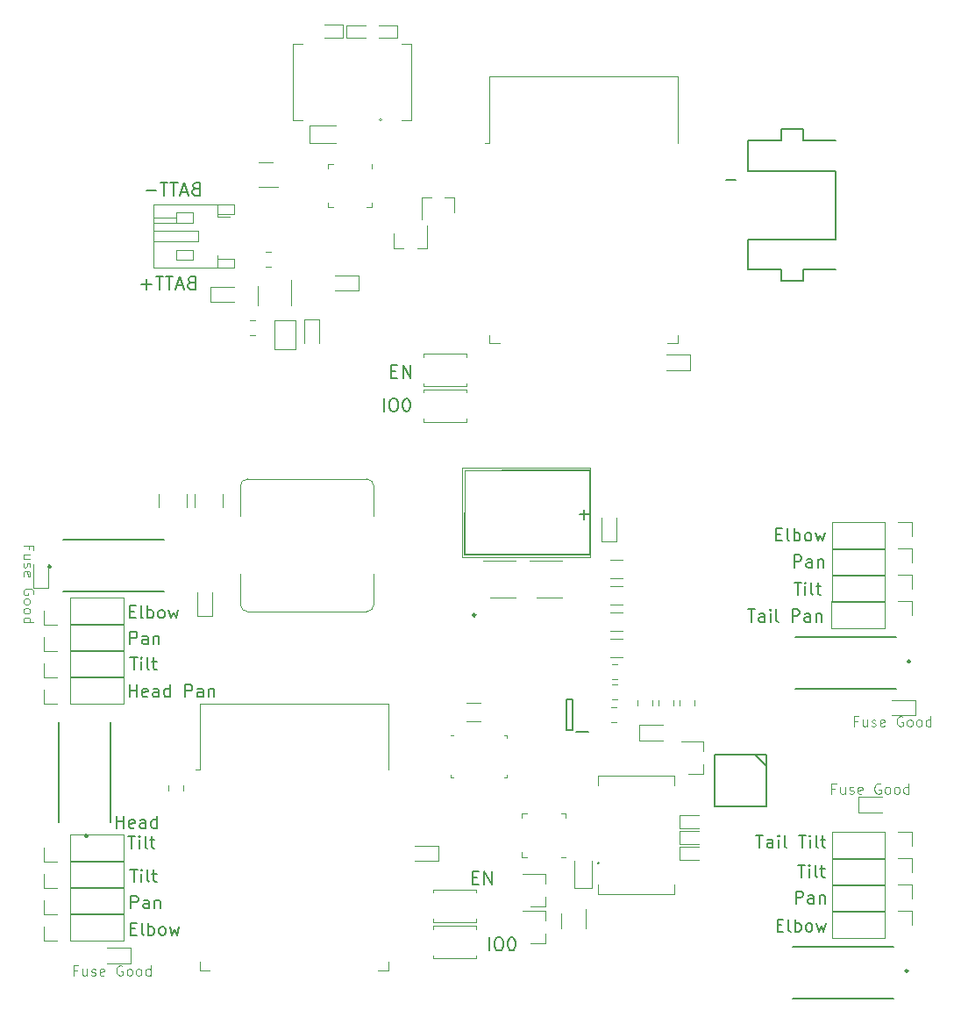
<source format=gbr>
G04 #@! TF.GenerationSoftware,KiCad,Pcbnew,5.1.4-e60b266~84~ubuntu18.04.1*
G04 #@! TF.CreationDate,2019-10-21T15:53:24-04:00*
G04 #@! TF.ProjectId,SmallKat v2,536d616c-6c4b-4617-9420-76322e6b6963,rev?*
G04 #@! TF.SameCoordinates,Original*
G04 #@! TF.FileFunction,Legend,Top*
G04 #@! TF.FilePolarity,Positive*
%FSLAX46Y46*%
G04 Gerber Fmt 4.6, Leading zero omitted, Abs format (unit mm)*
G04 Created by KiCad (PCBNEW 5.1.4-e60b266~84~ubuntu18.04.1) date 2019-10-21 15:53:24*
%MOMM*%
%LPD*%
G04 APERTURE LIST*
%ADD10C,0.150000*%
%ADD11C,0.120000*%
%ADD12C,0.254000*%
%ADD13C,0.200000*%
%ADD14C,0.127000*%
%ADD15C,0.100000*%
%ADD16C,0.050000*%
G04 APERTURE END LIST*
D10*
X169571428Y-100792857D02*
X170257142Y-100792857D01*
X169914285Y-101992857D02*
X169914285Y-100792857D01*
X171171428Y-101992857D02*
X171171428Y-101364285D01*
X171114285Y-101250000D01*
X171000000Y-101192857D01*
X170771428Y-101192857D01*
X170657142Y-101250000D01*
X171171428Y-101935714D02*
X171057142Y-101992857D01*
X170771428Y-101992857D01*
X170657142Y-101935714D01*
X170600000Y-101821428D01*
X170600000Y-101707142D01*
X170657142Y-101592857D01*
X170771428Y-101535714D01*
X171057142Y-101535714D01*
X171171428Y-101478571D01*
X171742857Y-101992857D02*
X171742857Y-101192857D01*
X171742857Y-100792857D02*
X171685714Y-100850000D01*
X171742857Y-100907142D01*
X171800000Y-100850000D01*
X171742857Y-100792857D01*
X171742857Y-100907142D01*
X172485714Y-101992857D02*
X172371428Y-101935714D01*
X172314285Y-101821428D01*
X172314285Y-100792857D01*
X173857142Y-101992857D02*
X173857142Y-100792857D01*
X174314285Y-100792857D01*
X174428571Y-100850000D01*
X174485714Y-100907142D01*
X174542857Y-101021428D01*
X174542857Y-101192857D01*
X174485714Y-101307142D01*
X174428571Y-101364285D01*
X174314285Y-101421428D01*
X173857142Y-101421428D01*
X175571428Y-101992857D02*
X175571428Y-101364285D01*
X175514285Y-101250000D01*
X175400000Y-101192857D01*
X175171428Y-101192857D01*
X175057142Y-101250000D01*
X175571428Y-101935714D02*
X175457142Y-101992857D01*
X175171428Y-101992857D01*
X175057142Y-101935714D01*
X175000000Y-101821428D01*
X175000000Y-101707142D01*
X175057142Y-101592857D01*
X175171428Y-101535714D01*
X175457142Y-101535714D01*
X175571428Y-101478571D01*
X176142857Y-101192857D02*
X176142857Y-101992857D01*
X176142857Y-101307142D02*
X176200000Y-101250000D01*
X176314285Y-101192857D01*
X176485714Y-101192857D01*
X176600000Y-101250000D01*
X176657142Y-101364285D01*
X176657142Y-101992857D01*
X174050000Y-96742857D02*
X174050000Y-95542857D01*
X174507142Y-95542857D01*
X174621428Y-95600000D01*
X174678571Y-95657142D01*
X174735714Y-95771428D01*
X174735714Y-95942857D01*
X174678571Y-96057142D01*
X174621428Y-96114285D01*
X174507142Y-96171428D01*
X174050000Y-96171428D01*
X175764285Y-96742857D02*
X175764285Y-96114285D01*
X175707142Y-96000000D01*
X175592857Y-95942857D01*
X175364285Y-95942857D01*
X175250000Y-96000000D01*
X175764285Y-96685714D02*
X175650000Y-96742857D01*
X175364285Y-96742857D01*
X175250000Y-96685714D01*
X175192857Y-96571428D01*
X175192857Y-96457142D01*
X175250000Y-96342857D01*
X175364285Y-96285714D01*
X175650000Y-96285714D01*
X175764285Y-96228571D01*
X176335714Y-95942857D02*
X176335714Y-96742857D01*
X176335714Y-96057142D02*
X176392857Y-96000000D01*
X176507142Y-95942857D01*
X176678571Y-95942857D01*
X176792857Y-96000000D01*
X176850000Y-96114285D01*
X176850000Y-96742857D01*
X172314285Y-93564285D02*
X172714285Y-93564285D01*
X172885714Y-94192857D02*
X172314285Y-94192857D01*
X172314285Y-92992857D01*
X172885714Y-92992857D01*
X173571428Y-94192857D02*
X173457142Y-94135714D01*
X173400000Y-94021428D01*
X173400000Y-92992857D01*
X174028571Y-94192857D02*
X174028571Y-92992857D01*
X174028571Y-93450000D02*
X174142857Y-93392857D01*
X174371428Y-93392857D01*
X174485714Y-93450000D01*
X174542857Y-93507142D01*
X174600000Y-93621428D01*
X174600000Y-93964285D01*
X174542857Y-94078571D01*
X174485714Y-94135714D01*
X174371428Y-94192857D01*
X174142857Y-94192857D01*
X174028571Y-94135714D01*
X175285714Y-94192857D02*
X175171428Y-94135714D01*
X175114285Y-94078571D01*
X175057142Y-93964285D01*
X175057142Y-93621428D01*
X175114285Y-93507142D01*
X175171428Y-93450000D01*
X175285714Y-93392857D01*
X175457142Y-93392857D01*
X175571428Y-93450000D01*
X175628571Y-93507142D01*
X175685714Y-93621428D01*
X175685714Y-93964285D01*
X175628571Y-94078571D01*
X175571428Y-94135714D01*
X175457142Y-94192857D01*
X175285714Y-94192857D01*
X176085714Y-93392857D02*
X176314285Y-94192857D01*
X176542857Y-93621428D01*
X176771428Y-94192857D01*
X177000000Y-93392857D01*
X174014285Y-98192857D02*
X174700000Y-98192857D01*
X174357142Y-99392857D02*
X174357142Y-98192857D01*
X175100000Y-99392857D02*
X175100000Y-98592857D01*
X175100000Y-98192857D02*
X175042857Y-98250000D01*
X175100000Y-98307142D01*
X175157142Y-98250000D01*
X175100000Y-98192857D01*
X175100000Y-98307142D01*
X175842857Y-99392857D02*
X175728571Y-99335714D01*
X175671428Y-99221428D01*
X175671428Y-98192857D01*
X176128571Y-98592857D02*
X176585714Y-98592857D01*
X176300000Y-98192857D02*
X176300000Y-99221428D01*
X176357142Y-99335714D01*
X176471428Y-99392857D01*
X176585714Y-99392857D01*
X170357142Y-122592857D02*
X171042857Y-122592857D01*
X170700000Y-123792857D02*
X170700000Y-122592857D01*
X171957142Y-123792857D02*
X171957142Y-123164285D01*
X171900000Y-123050000D01*
X171785714Y-122992857D01*
X171557142Y-122992857D01*
X171442857Y-123050000D01*
X171957142Y-123735714D02*
X171842857Y-123792857D01*
X171557142Y-123792857D01*
X171442857Y-123735714D01*
X171385714Y-123621428D01*
X171385714Y-123507142D01*
X171442857Y-123392857D01*
X171557142Y-123335714D01*
X171842857Y-123335714D01*
X171957142Y-123278571D01*
X172528571Y-123792857D02*
X172528571Y-122992857D01*
X172528571Y-122592857D02*
X172471428Y-122650000D01*
X172528571Y-122707142D01*
X172585714Y-122650000D01*
X172528571Y-122592857D01*
X172528571Y-122707142D01*
X173271428Y-123792857D02*
X173157142Y-123735714D01*
X173100000Y-123621428D01*
X173100000Y-122592857D01*
X174471428Y-122592857D02*
X175157142Y-122592857D01*
X174814285Y-123792857D02*
X174814285Y-122592857D01*
X175557142Y-123792857D02*
X175557142Y-122992857D01*
X175557142Y-122592857D02*
X175500000Y-122650000D01*
X175557142Y-122707142D01*
X175614285Y-122650000D01*
X175557142Y-122592857D01*
X175557142Y-122707142D01*
X176300000Y-123792857D02*
X176185714Y-123735714D01*
X176128571Y-123621428D01*
X176128571Y-122592857D01*
X176585714Y-122992857D02*
X177042857Y-122992857D01*
X176757142Y-122592857D02*
X176757142Y-123621428D01*
X176814285Y-123735714D01*
X176928571Y-123792857D01*
X177042857Y-123792857D01*
X174414285Y-125442857D02*
X175100000Y-125442857D01*
X174757142Y-126642857D02*
X174757142Y-125442857D01*
X175500000Y-126642857D02*
X175500000Y-125842857D01*
X175500000Y-125442857D02*
X175442857Y-125500000D01*
X175500000Y-125557142D01*
X175557142Y-125500000D01*
X175500000Y-125442857D01*
X175500000Y-125557142D01*
X176242857Y-126642857D02*
X176128571Y-126585714D01*
X176071428Y-126471428D01*
X176071428Y-125442857D01*
X176528571Y-125842857D02*
X176985714Y-125842857D01*
X176700000Y-125442857D02*
X176700000Y-126471428D01*
X176757142Y-126585714D01*
X176871428Y-126642857D01*
X176985714Y-126642857D01*
X174200000Y-129192857D02*
X174200000Y-127992857D01*
X174657142Y-127992857D01*
X174771428Y-128050000D01*
X174828571Y-128107142D01*
X174885714Y-128221428D01*
X174885714Y-128392857D01*
X174828571Y-128507142D01*
X174771428Y-128564285D01*
X174657142Y-128621428D01*
X174200000Y-128621428D01*
X175914285Y-129192857D02*
X175914285Y-128564285D01*
X175857142Y-128450000D01*
X175742857Y-128392857D01*
X175514285Y-128392857D01*
X175400000Y-128450000D01*
X175914285Y-129135714D02*
X175800000Y-129192857D01*
X175514285Y-129192857D01*
X175400000Y-129135714D01*
X175342857Y-129021428D01*
X175342857Y-128907142D01*
X175400000Y-128792857D01*
X175514285Y-128735714D01*
X175800000Y-128735714D01*
X175914285Y-128678571D01*
X176485714Y-128392857D02*
X176485714Y-129192857D01*
X176485714Y-128507142D02*
X176542857Y-128450000D01*
X176657142Y-128392857D01*
X176828571Y-128392857D01*
X176942857Y-128450000D01*
X177000000Y-128564285D01*
X177000000Y-129192857D01*
X172414285Y-131264285D02*
X172814285Y-131264285D01*
X172985714Y-131892857D02*
X172414285Y-131892857D01*
X172414285Y-130692857D01*
X172985714Y-130692857D01*
X173671428Y-131892857D02*
X173557142Y-131835714D01*
X173500000Y-131721428D01*
X173500000Y-130692857D01*
X174128571Y-131892857D02*
X174128571Y-130692857D01*
X174128571Y-131150000D02*
X174242857Y-131092857D01*
X174471428Y-131092857D01*
X174585714Y-131150000D01*
X174642857Y-131207142D01*
X174700000Y-131321428D01*
X174700000Y-131664285D01*
X174642857Y-131778571D01*
X174585714Y-131835714D01*
X174471428Y-131892857D01*
X174242857Y-131892857D01*
X174128571Y-131835714D01*
X175385714Y-131892857D02*
X175271428Y-131835714D01*
X175214285Y-131778571D01*
X175157142Y-131664285D01*
X175157142Y-131321428D01*
X175214285Y-131207142D01*
X175271428Y-131150000D01*
X175385714Y-131092857D01*
X175557142Y-131092857D01*
X175671428Y-131150000D01*
X175728571Y-131207142D01*
X175785714Y-131321428D01*
X175785714Y-131664285D01*
X175728571Y-131778571D01*
X175671428Y-131835714D01*
X175557142Y-131892857D01*
X175385714Y-131892857D01*
X176185714Y-131092857D02*
X176414285Y-131892857D01*
X176642857Y-131321428D01*
X176871428Y-131892857D01*
X177100000Y-131092857D01*
X109964285Y-131614285D02*
X110364285Y-131614285D01*
X110535714Y-132242857D02*
X109964285Y-132242857D01*
X109964285Y-131042857D01*
X110535714Y-131042857D01*
X111221428Y-132242857D02*
X111107142Y-132185714D01*
X111050000Y-132071428D01*
X111050000Y-131042857D01*
X111678571Y-132242857D02*
X111678571Y-131042857D01*
X111678571Y-131500000D02*
X111792857Y-131442857D01*
X112021428Y-131442857D01*
X112135714Y-131500000D01*
X112192857Y-131557142D01*
X112250000Y-131671428D01*
X112250000Y-132014285D01*
X112192857Y-132128571D01*
X112135714Y-132185714D01*
X112021428Y-132242857D01*
X111792857Y-132242857D01*
X111678571Y-132185714D01*
X112935714Y-132242857D02*
X112821428Y-132185714D01*
X112764285Y-132128571D01*
X112707142Y-132014285D01*
X112707142Y-131671428D01*
X112764285Y-131557142D01*
X112821428Y-131500000D01*
X112935714Y-131442857D01*
X113107142Y-131442857D01*
X113221428Y-131500000D01*
X113278571Y-131557142D01*
X113335714Y-131671428D01*
X113335714Y-132014285D01*
X113278571Y-132128571D01*
X113221428Y-132185714D01*
X113107142Y-132242857D01*
X112935714Y-132242857D01*
X113735714Y-131442857D02*
X113964285Y-132242857D01*
X114192857Y-131671428D01*
X114421428Y-132242857D01*
X114650000Y-131442857D01*
X110000000Y-129642857D02*
X110000000Y-128442857D01*
X110457142Y-128442857D01*
X110571428Y-128500000D01*
X110628571Y-128557142D01*
X110685714Y-128671428D01*
X110685714Y-128842857D01*
X110628571Y-128957142D01*
X110571428Y-129014285D01*
X110457142Y-129071428D01*
X110000000Y-129071428D01*
X111714285Y-129642857D02*
X111714285Y-129014285D01*
X111657142Y-128900000D01*
X111542857Y-128842857D01*
X111314285Y-128842857D01*
X111200000Y-128900000D01*
X111714285Y-129585714D02*
X111600000Y-129642857D01*
X111314285Y-129642857D01*
X111200000Y-129585714D01*
X111142857Y-129471428D01*
X111142857Y-129357142D01*
X111200000Y-129242857D01*
X111314285Y-129185714D01*
X111600000Y-129185714D01*
X111714285Y-129128571D01*
X112285714Y-128842857D02*
X112285714Y-129642857D01*
X112285714Y-128957142D02*
X112342857Y-128900000D01*
X112457142Y-128842857D01*
X112628571Y-128842857D01*
X112742857Y-128900000D01*
X112800000Y-129014285D01*
X112800000Y-129642857D01*
X109914285Y-125892857D02*
X110600000Y-125892857D01*
X110257142Y-127092857D02*
X110257142Y-125892857D01*
X111000000Y-127092857D02*
X111000000Y-126292857D01*
X111000000Y-125892857D02*
X110942857Y-125950000D01*
X111000000Y-126007142D01*
X111057142Y-125950000D01*
X111000000Y-125892857D01*
X111000000Y-126007142D01*
X111742857Y-127092857D02*
X111628571Y-127035714D01*
X111571428Y-126921428D01*
X111571428Y-125892857D01*
X112028571Y-126292857D02*
X112485714Y-126292857D01*
X112200000Y-125892857D02*
X112200000Y-126921428D01*
X112257142Y-127035714D01*
X112371428Y-127092857D01*
X112485714Y-127092857D01*
X108600000Y-121917857D02*
X108600000Y-120717857D01*
X108600000Y-121289285D02*
X109285714Y-121289285D01*
X109285714Y-121917857D02*
X109285714Y-120717857D01*
X110314285Y-121860714D02*
X110200000Y-121917857D01*
X109971428Y-121917857D01*
X109857142Y-121860714D01*
X109800000Y-121746428D01*
X109800000Y-121289285D01*
X109857142Y-121175000D01*
X109971428Y-121117857D01*
X110200000Y-121117857D01*
X110314285Y-121175000D01*
X110371428Y-121289285D01*
X110371428Y-121403571D01*
X109800000Y-121517857D01*
X111400000Y-121917857D02*
X111400000Y-121289285D01*
X111342857Y-121175000D01*
X111228571Y-121117857D01*
X111000000Y-121117857D01*
X110885714Y-121175000D01*
X111400000Y-121860714D02*
X111285714Y-121917857D01*
X111000000Y-121917857D01*
X110885714Y-121860714D01*
X110828571Y-121746428D01*
X110828571Y-121632142D01*
X110885714Y-121517857D01*
X111000000Y-121460714D01*
X111285714Y-121460714D01*
X111400000Y-121403571D01*
X112485714Y-121917857D02*
X112485714Y-120717857D01*
X112485714Y-121860714D02*
X112371428Y-121917857D01*
X112142857Y-121917857D01*
X112028571Y-121860714D01*
X111971428Y-121803571D01*
X111914285Y-121689285D01*
X111914285Y-121346428D01*
X111971428Y-121232142D01*
X112028571Y-121175000D01*
X112142857Y-121117857D01*
X112371428Y-121117857D01*
X112485714Y-121175000D01*
X109714285Y-122667857D02*
X110400000Y-122667857D01*
X110057142Y-123867857D02*
X110057142Y-122667857D01*
X110800000Y-123867857D02*
X110800000Y-123067857D01*
X110800000Y-122667857D02*
X110742857Y-122725000D01*
X110800000Y-122782142D01*
X110857142Y-122725000D01*
X110800000Y-122667857D01*
X110800000Y-122782142D01*
X111542857Y-123867857D02*
X111428571Y-123810714D01*
X111371428Y-123696428D01*
X111371428Y-122667857D01*
X111828571Y-123067857D02*
X112285714Y-123067857D01*
X112000000Y-122667857D02*
X112000000Y-123696428D01*
X112057142Y-123810714D01*
X112171428Y-123867857D01*
X112285714Y-123867857D01*
X109864285Y-101014285D02*
X110264285Y-101014285D01*
X110435714Y-101642857D02*
X109864285Y-101642857D01*
X109864285Y-100442857D01*
X110435714Y-100442857D01*
X111121428Y-101642857D02*
X111007142Y-101585714D01*
X110950000Y-101471428D01*
X110950000Y-100442857D01*
X111578571Y-101642857D02*
X111578571Y-100442857D01*
X111578571Y-100900000D02*
X111692857Y-100842857D01*
X111921428Y-100842857D01*
X112035714Y-100900000D01*
X112092857Y-100957142D01*
X112150000Y-101071428D01*
X112150000Y-101414285D01*
X112092857Y-101528571D01*
X112035714Y-101585714D01*
X111921428Y-101642857D01*
X111692857Y-101642857D01*
X111578571Y-101585714D01*
X112835714Y-101642857D02*
X112721428Y-101585714D01*
X112664285Y-101528571D01*
X112607142Y-101414285D01*
X112607142Y-101071428D01*
X112664285Y-100957142D01*
X112721428Y-100900000D01*
X112835714Y-100842857D01*
X113007142Y-100842857D01*
X113121428Y-100900000D01*
X113178571Y-100957142D01*
X113235714Y-101071428D01*
X113235714Y-101414285D01*
X113178571Y-101528571D01*
X113121428Y-101585714D01*
X113007142Y-101642857D01*
X112835714Y-101642857D01*
X113635714Y-100842857D02*
X113864285Y-101642857D01*
X114092857Y-101071428D01*
X114321428Y-101642857D01*
X114550000Y-100842857D01*
X109900000Y-104142857D02*
X109900000Y-102942857D01*
X110357142Y-102942857D01*
X110471428Y-103000000D01*
X110528571Y-103057142D01*
X110585714Y-103171428D01*
X110585714Y-103342857D01*
X110528571Y-103457142D01*
X110471428Y-103514285D01*
X110357142Y-103571428D01*
X109900000Y-103571428D01*
X111614285Y-104142857D02*
X111614285Y-103514285D01*
X111557142Y-103400000D01*
X111442857Y-103342857D01*
X111214285Y-103342857D01*
X111100000Y-103400000D01*
X111614285Y-104085714D02*
X111500000Y-104142857D01*
X111214285Y-104142857D01*
X111100000Y-104085714D01*
X111042857Y-103971428D01*
X111042857Y-103857142D01*
X111100000Y-103742857D01*
X111214285Y-103685714D01*
X111500000Y-103685714D01*
X111614285Y-103628571D01*
X112185714Y-103342857D02*
X112185714Y-104142857D01*
X112185714Y-103457142D02*
X112242857Y-103400000D01*
X112357142Y-103342857D01*
X112528571Y-103342857D01*
X112642857Y-103400000D01*
X112700000Y-103514285D01*
X112700000Y-104142857D01*
X109914285Y-105442857D02*
X110600000Y-105442857D01*
X110257142Y-106642857D02*
X110257142Y-105442857D01*
X111000000Y-106642857D02*
X111000000Y-105842857D01*
X111000000Y-105442857D02*
X110942857Y-105500000D01*
X111000000Y-105557142D01*
X111057142Y-105500000D01*
X111000000Y-105442857D01*
X111000000Y-105557142D01*
X111742857Y-106642857D02*
X111628571Y-106585714D01*
X111571428Y-106471428D01*
X111571428Y-105442857D01*
X112028571Y-105842857D02*
X112485714Y-105842857D01*
X112200000Y-105442857D02*
X112200000Y-106471428D01*
X112257142Y-106585714D01*
X112371428Y-106642857D01*
X112485714Y-106642857D01*
X109864285Y-109242857D02*
X109864285Y-108042857D01*
X109864285Y-108614285D02*
X110550000Y-108614285D01*
X110550000Y-109242857D02*
X110550000Y-108042857D01*
X111578571Y-109185714D02*
X111464285Y-109242857D01*
X111235714Y-109242857D01*
X111121428Y-109185714D01*
X111064285Y-109071428D01*
X111064285Y-108614285D01*
X111121428Y-108500000D01*
X111235714Y-108442857D01*
X111464285Y-108442857D01*
X111578571Y-108500000D01*
X111635714Y-108614285D01*
X111635714Y-108728571D01*
X111064285Y-108842857D01*
X112664285Y-109242857D02*
X112664285Y-108614285D01*
X112607142Y-108500000D01*
X112492857Y-108442857D01*
X112264285Y-108442857D01*
X112150000Y-108500000D01*
X112664285Y-109185714D02*
X112550000Y-109242857D01*
X112264285Y-109242857D01*
X112150000Y-109185714D01*
X112092857Y-109071428D01*
X112092857Y-108957142D01*
X112150000Y-108842857D01*
X112264285Y-108785714D01*
X112550000Y-108785714D01*
X112664285Y-108728571D01*
X113750000Y-109242857D02*
X113750000Y-108042857D01*
X113750000Y-109185714D02*
X113635714Y-109242857D01*
X113407142Y-109242857D01*
X113292857Y-109185714D01*
X113235714Y-109128571D01*
X113178571Y-109014285D01*
X113178571Y-108671428D01*
X113235714Y-108557142D01*
X113292857Y-108500000D01*
X113407142Y-108442857D01*
X113635714Y-108442857D01*
X113750000Y-108500000D01*
X115235714Y-109242857D02*
X115235714Y-108042857D01*
X115692857Y-108042857D01*
X115807142Y-108100000D01*
X115864285Y-108157142D01*
X115921428Y-108271428D01*
X115921428Y-108442857D01*
X115864285Y-108557142D01*
X115807142Y-108614285D01*
X115692857Y-108671428D01*
X115235714Y-108671428D01*
X116950000Y-109242857D02*
X116950000Y-108614285D01*
X116892857Y-108500000D01*
X116778571Y-108442857D01*
X116550000Y-108442857D01*
X116435714Y-108500000D01*
X116950000Y-109185714D02*
X116835714Y-109242857D01*
X116550000Y-109242857D01*
X116435714Y-109185714D01*
X116378571Y-109071428D01*
X116378571Y-108957142D01*
X116435714Y-108842857D01*
X116550000Y-108785714D01*
X116835714Y-108785714D01*
X116950000Y-108728571D01*
X117521428Y-108442857D02*
X117521428Y-109242857D01*
X117521428Y-108557142D02*
X117578571Y-108500000D01*
X117692857Y-108442857D01*
X117864285Y-108442857D01*
X117978571Y-108500000D01*
X118035714Y-108614285D01*
X118035714Y-109242857D01*
D11*
X180119047Y-111578571D02*
X179785714Y-111578571D01*
X179785714Y-112102380D02*
X179785714Y-111102380D01*
X180261904Y-111102380D01*
X181071428Y-111435714D02*
X181071428Y-112102380D01*
X180642857Y-111435714D02*
X180642857Y-111959523D01*
X180690476Y-112054761D01*
X180785714Y-112102380D01*
X180928571Y-112102380D01*
X181023809Y-112054761D01*
X181071428Y-112007142D01*
X181500000Y-112054761D02*
X181595238Y-112102380D01*
X181785714Y-112102380D01*
X181880952Y-112054761D01*
X181928571Y-111959523D01*
X181928571Y-111911904D01*
X181880952Y-111816666D01*
X181785714Y-111769047D01*
X181642857Y-111769047D01*
X181547619Y-111721428D01*
X181500000Y-111626190D01*
X181500000Y-111578571D01*
X181547619Y-111483333D01*
X181642857Y-111435714D01*
X181785714Y-111435714D01*
X181880952Y-111483333D01*
X182738095Y-112054761D02*
X182642857Y-112102380D01*
X182452380Y-112102380D01*
X182357142Y-112054761D01*
X182309523Y-111959523D01*
X182309523Y-111578571D01*
X182357142Y-111483333D01*
X182452380Y-111435714D01*
X182642857Y-111435714D01*
X182738095Y-111483333D01*
X182785714Y-111578571D01*
X182785714Y-111673809D01*
X182309523Y-111769047D01*
X184500000Y-111150000D02*
X184404761Y-111102380D01*
X184261904Y-111102380D01*
X184119047Y-111150000D01*
X184023809Y-111245238D01*
X183976190Y-111340476D01*
X183928571Y-111530952D01*
X183928571Y-111673809D01*
X183976190Y-111864285D01*
X184023809Y-111959523D01*
X184119047Y-112054761D01*
X184261904Y-112102380D01*
X184357142Y-112102380D01*
X184500000Y-112054761D01*
X184547619Y-112007142D01*
X184547619Y-111673809D01*
X184357142Y-111673809D01*
X185119047Y-112102380D02*
X185023809Y-112054761D01*
X184976190Y-112007142D01*
X184928571Y-111911904D01*
X184928571Y-111626190D01*
X184976190Y-111530952D01*
X185023809Y-111483333D01*
X185119047Y-111435714D01*
X185261904Y-111435714D01*
X185357142Y-111483333D01*
X185404761Y-111530952D01*
X185452380Y-111626190D01*
X185452380Y-111911904D01*
X185404761Y-112007142D01*
X185357142Y-112054761D01*
X185261904Y-112102380D01*
X185119047Y-112102380D01*
X186023809Y-112102380D02*
X185928571Y-112054761D01*
X185880952Y-112007142D01*
X185833333Y-111911904D01*
X185833333Y-111626190D01*
X185880952Y-111530952D01*
X185928571Y-111483333D01*
X186023809Y-111435714D01*
X186166666Y-111435714D01*
X186261904Y-111483333D01*
X186309523Y-111530952D01*
X186357142Y-111626190D01*
X186357142Y-111911904D01*
X186309523Y-112007142D01*
X186261904Y-112054761D01*
X186166666Y-112102380D01*
X186023809Y-112102380D01*
X187214285Y-112102380D02*
X187214285Y-111102380D01*
X187214285Y-112054761D02*
X187119047Y-112102380D01*
X186928571Y-112102380D01*
X186833333Y-112054761D01*
X186785714Y-112007142D01*
X186738095Y-111911904D01*
X186738095Y-111626190D01*
X186785714Y-111530952D01*
X186833333Y-111483333D01*
X186928571Y-111435714D01*
X187119047Y-111435714D01*
X187214285Y-111483333D01*
X177969047Y-118078571D02*
X177635714Y-118078571D01*
X177635714Y-118602380D02*
X177635714Y-117602380D01*
X178111904Y-117602380D01*
X178921428Y-117935714D02*
X178921428Y-118602380D01*
X178492857Y-117935714D02*
X178492857Y-118459523D01*
X178540476Y-118554761D01*
X178635714Y-118602380D01*
X178778571Y-118602380D01*
X178873809Y-118554761D01*
X178921428Y-118507142D01*
X179350000Y-118554761D02*
X179445238Y-118602380D01*
X179635714Y-118602380D01*
X179730952Y-118554761D01*
X179778571Y-118459523D01*
X179778571Y-118411904D01*
X179730952Y-118316666D01*
X179635714Y-118269047D01*
X179492857Y-118269047D01*
X179397619Y-118221428D01*
X179350000Y-118126190D01*
X179350000Y-118078571D01*
X179397619Y-117983333D01*
X179492857Y-117935714D01*
X179635714Y-117935714D01*
X179730952Y-117983333D01*
X180588095Y-118554761D02*
X180492857Y-118602380D01*
X180302380Y-118602380D01*
X180207142Y-118554761D01*
X180159523Y-118459523D01*
X180159523Y-118078571D01*
X180207142Y-117983333D01*
X180302380Y-117935714D01*
X180492857Y-117935714D01*
X180588095Y-117983333D01*
X180635714Y-118078571D01*
X180635714Y-118173809D01*
X180159523Y-118269047D01*
X182350000Y-117650000D02*
X182254761Y-117602380D01*
X182111904Y-117602380D01*
X181969047Y-117650000D01*
X181873809Y-117745238D01*
X181826190Y-117840476D01*
X181778571Y-118030952D01*
X181778571Y-118173809D01*
X181826190Y-118364285D01*
X181873809Y-118459523D01*
X181969047Y-118554761D01*
X182111904Y-118602380D01*
X182207142Y-118602380D01*
X182350000Y-118554761D01*
X182397619Y-118507142D01*
X182397619Y-118173809D01*
X182207142Y-118173809D01*
X182969047Y-118602380D02*
X182873809Y-118554761D01*
X182826190Y-118507142D01*
X182778571Y-118411904D01*
X182778571Y-118126190D01*
X182826190Y-118030952D01*
X182873809Y-117983333D01*
X182969047Y-117935714D01*
X183111904Y-117935714D01*
X183207142Y-117983333D01*
X183254761Y-118030952D01*
X183302380Y-118126190D01*
X183302380Y-118411904D01*
X183254761Y-118507142D01*
X183207142Y-118554761D01*
X183111904Y-118602380D01*
X182969047Y-118602380D01*
X183873809Y-118602380D02*
X183778571Y-118554761D01*
X183730952Y-118507142D01*
X183683333Y-118411904D01*
X183683333Y-118126190D01*
X183730952Y-118030952D01*
X183778571Y-117983333D01*
X183873809Y-117935714D01*
X184016666Y-117935714D01*
X184111904Y-117983333D01*
X184159523Y-118030952D01*
X184207142Y-118126190D01*
X184207142Y-118411904D01*
X184159523Y-118507142D01*
X184111904Y-118554761D01*
X184016666Y-118602380D01*
X183873809Y-118602380D01*
X185064285Y-118602380D02*
X185064285Y-117602380D01*
X185064285Y-118554761D02*
X184969047Y-118602380D01*
X184778571Y-118602380D01*
X184683333Y-118554761D01*
X184635714Y-118507142D01*
X184588095Y-118411904D01*
X184588095Y-118126190D01*
X184635714Y-118030952D01*
X184683333Y-117983333D01*
X184778571Y-117935714D01*
X184969047Y-117935714D01*
X185064285Y-117983333D01*
X104769047Y-135628571D02*
X104435714Y-135628571D01*
X104435714Y-136152380D02*
X104435714Y-135152380D01*
X104911904Y-135152380D01*
X105721428Y-135485714D02*
X105721428Y-136152380D01*
X105292857Y-135485714D02*
X105292857Y-136009523D01*
X105340476Y-136104761D01*
X105435714Y-136152380D01*
X105578571Y-136152380D01*
X105673809Y-136104761D01*
X105721428Y-136057142D01*
X106150000Y-136104761D02*
X106245238Y-136152380D01*
X106435714Y-136152380D01*
X106530952Y-136104761D01*
X106578571Y-136009523D01*
X106578571Y-135961904D01*
X106530952Y-135866666D01*
X106435714Y-135819047D01*
X106292857Y-135819047D01*
X106197619Y-135771428D01*
X106150000Y-135676190D01*
X106150000Y-135628571D01*
X106197619Y-135533333D01*
X106292857Y-135485714D01*
X106435714Y-135485714D01*
X106530952Y-135533333D01*
X107388095Y-136104761D02*
X107292857Y-136152380D01*
X107102380Y-136152380D01*
X107007142Y-136104761D01*
X106959523Y-136009523D01*
X106959523Y-135628571D01*
X107007142Y-135533333D01*
X107102380Y-135485714D01*
X107292857Y-135485714D01*
X107388095Y-135533333D01*
X107435714Y-135628571D01*
X107435714Y-135723809D01*
X106959523Y-135819047D01*
X109150000Y-135200000D02*
X109054761Y-135152380D01*
X108911904Y-135152380D01*
X108769047Y-135200000D01*
X108673809Y-135295238D01*
X108626190Y-135390476D01*
X108578571Y-135580952D01*
X108578571Y-135723809D01*
X108626190Y-135914285D01*
X108673809Y-136009523D01*
X108769047Y-136104761D01*
X108911904Y-136152380D01*
X109007142Y-136152380D01*
X109150000Y-136104761D01*
X109197619Y-136057142D01*
X109197619Y-135723809D01*
X109007142Y-135723809D01*
X109769047Y-136152380D02*
X109673809Y-136104761D01*
X109626190Y-136057142D01*
X109578571Y-135961904D01*
X109578571Y-135676190D01*
X109626190Y-135580952D01*
X109673809Y-135533333D01*
X109769047Y-135485714D01*
X109911904Y-135485714D01*
X110007142Y-135533333D01*
X110054761Y-135580952D01*
X110102380Y-135676190D01*
X110102380Y-135961904D01*
X110054761Y-136057142D01*
X110007142Y-136104761D01*
X109911904Y-136152380D01*
X109769047Y-136152380D01*
X110673809Y-136152380D02*
X110578571Y-136104761D01*
X110530952Y-136057142D01*
X110483333Y-135961904D01*
X110483333Y-135676190D01*
X110530952Y-135580952D01*
X110578571Y-135533333D01*
X110673809Y-135485714D01*
X110816666Y-135485714D01*
X110911904Y-135533333D01*
X110959523Y-135580952D01*
X111007142Y-135676190D01*
X111007142Y-135961904D01*
X110959523Y-136057142D01*
X110911904Y-136104761D01*
X110816666Y-136152380D01*
X110673809Y-136152380D01*
X111864285Y-136152380D02*
X111864285Y-135152380D01*
X111864285Y-136104761D02*
X111769047Y-136152380D01*
X111578571Y-136152380D01*
X111483333Y-136104761D01*
X111435714Y-136057142D01*
X111388095Y-135961904D01*
X111388095Y-135676190D01*
X111435714Y-135580952D01*
X111483333Y-135533333D01*
X111578571Y-135485714D01*
X111769047Y-135485714D01*
X111864285Y-135533333D01*
X100121428Y-94969047D02*
X100121428Y-94635714D01*
X99597619Y-94635714D02*
X100597619Y-94635714D01*
X100597619Y-95111904D01*
X100264285Y-95921428D02*
X99597619Y-95921428D01*
X100264285Y-95492857D02*
X99740476Y-95492857D01*
X99645238Y-95540476D01*
X99597619Y-95635714D01*
X99597619Y-95778571D01*
X99645238Y-95873809D01*
X99692857Y-95921428D01*
X99645238Y-96350000D02*
X99597619Y-96445238D01*
X99597619Y-96635714D01*
X99645238Y-96730952D01*
X99740476Y-96778571D01*
X99788095Y-96778571D01*
X99883333Y-96730952D01*
X99930952Y-96635714D01*
X99930952Y-96492857D01*
X99978571Y-96397619D01*
X100073809Y-96350000D01*
X100121428Y-96350000D01*
X100216666Y-96397619D01*
X100264285Y-96492857D01*
X100264285Y-96635714D01*
X100216666Y-96730952D01*
X99645238Y-97588095D02*
X99597619Y-97492857D01*
X99597619Y-97302380D01*
X99645238Y-97207142D01*
X99740476Y-97159523D01*
X100121428Y-97159523D01*
X100216666Y-97207142D01*
X100264285Y-97302380D01*
X100264285Y-97492857D01*
X100216666Y-97588095D01*
X100121428Y-97635714D01*
X100026190Y-97635714D01*
X99930952Y-97159523D01*
X100550000Y-99350000D02*
X100597619Y-99254761D01*
X100597619Y-99111904D01*
X100550000Y-98969047D01*
X100454761Y-98873809D01*
X100359523Y-98826190D01*
X100169047Y-98778571D01*
X100026190Y-98778571D01*
X99835714Y-98826190D01*
X99740476Y-98873809D01*
X99645238Y-98969047D01*
X99597619Y-99111904D01*
X99597619Y-99207142D01*
X99645238Y-99350000D01*
X99692857Y-99397619D01*
X100026190Y-99397619D01*
X100026190Y-99207142D01*
X99597619Y-99969047D02*
X99645238Y-99873809D01*
X99692857Y-99826190D01*
X99788095Y-99778571D01*
X100073809Y-99778571D01*
X100169047Y-99826190D01*
X100216666Y-99873809D01*
X100264285Y-99969047D01*
X100264285Y-100111904D01*
X100216666Y-100207142D01*
X100169047Y-100254761D01*
X100073809Y-100302380D01*
X99788095Y-100302380D01*
X99692857Y-100254761D01*
X99645238Y-100207142D01*
X99597619Y-100111904D01*
X99597619Y-99969047D01*
X99597619Y-100873809D02*
X99645238Y-100778571D01*
X99692857Y-100730952D01*
X99788095Y-100683333D01*
X100073809Y-100683333D01*
X100169047Y-100730952D01*
X100216666Y-100778571D01*
X100264285Y-100873809D01*
X100264285Y-101016666D01*
X100216666Y-101111904D01*
X100169047Y-101159523D01*
X100073809Y-101207142D01*
X99788095Y-101207142D01*
X99692857Y-101159523D01*
X99645238Y-101111904D01*
X99597619Y-101016666D01*
X99597619Y-100873809D01*
X99597619Y-102064285D02*
X100597619Y-102064285D01*
X99645238Y-102064285D02*
X99597619Y-101969047D01*
X99597619Y-101778571D01*
X99645238Y-101683333D01*
X99692857Y-101635714D01*
X99788095Y-101588095D01*
X100073809Y-101588095D01*
X100169047Y-101635714D01*
X100216666Y-101683333D01*
X100264285Y-101778571D01*
X100264285Y-101969047D01*
X100216666Y-102064285D01*
D10*
X144550000Y-133715476D02*
X144550000Y-132465476D01*
X145383333Y-132465476D02*
X145621428Y-132465476D01*
X145740476Y-132525000D01*
X145859523Y-132644047D01*
X145919047Y-132882142D01*
X145919047Y-133298809D01*
X145859523Y-133536904D01*
X145740476Y-133655952D01*
X145621428Y-133715476D01*
X145383333Y-133715476D01*
X145264285Y-133655952D01*
X145145238Y-133536904D01*
X145085714Y-133298809D01*
X145085714Y-132882142D01*
X145145238Y-132644047D01*
X145264285Y-132525000D01*
X145383333Y-132465476D01*
X146692857Y-132465476D02*
X146811904Y-132465476D01*
X146930952Y-132525000D01*
X146990476Y-132584523D01*
X147050000Y-132703571D01*
X147109523Y-132941666D01*
X147109523Y-133239285D01*
X147050000Y-133477380D01*
X146990476Y-133596428D01*
X146930952Y-133655952D01*
X146811904Y-133715476D01*
X146692857Y-133715476D01*
X146573809Y-133655952D01*
X146514285Y-133596428D01*
X146454761Y-133477380D01*
X146395238Y-133239285D01*
X146395238Y-132941666D01*
X146454761Y-132703571D01*
X146514285Y-132584523D01*
X146573809Y-132525000D01*
X146692857Y-132465476D01*
X142977380Y-126660714D02*
X143394047Y-126660714D01*
X143572619Y-127315476D02*
X142977380Y-127315476D01*
X142977380Y-126065476D01*
X143572619Y-126065476D01*
X144108333Y-127315476D02*
X144108333Y-126065476D01*
X144822619Y-127315476D01*
X144822619Y-126065476D01*
X134400000Y-81715476D02*
X134400000Y-80465476D01*
X135233333Y-80465476D02*
X135471428Y-80465476D01*
X135590476Y-80525000D01*
X135709523Y-80644047D01*
X135769047Y-80882142D01*
X135769047Y-81298809D01*
X135709523Y-81536904D01*
X135590476Y-81655952D01*
X135471428Y-81715476D01*
X135233333Y-81715476D01*
X135114285Y-81655952D01*
X134995238Y-81536904D01*
X134935714Y-81298809D01*
X134935714Y-80882142D01*
X134995238Y-80644047D01*
X135114285Y-80525000D01*
X135233333Y-80465476D01*
X136542857Y-80465476D02*
X136661904Y-80465476D01*
X136780952Y-80525000D01*
X136840476Y-80584523D01*
X136900000Y-80703571D01*
X136959523Y-80941666D01*
X136959523Y-81239285D01*
X136900000Y-81477380D01*
X136840476Y-81596428D01*
X136780952Y-81655952D01*
X136661904Y-81715476D01*
X136542857Y-81715476D01*
X136423809Y-81655952D01*
X136364285Y-81596428D01*
X136304761Y-81477380D01*
X136245238Y-81239285D01*
X136245238Y-80941666D01*
X136304761Y-80703571D01*
X136364285Y-80584523D01*
X136423809Y-80525000D01*
X136542857Y-80465476D01*
X135127380Y-77810714D02*
X135544047Y-77810714D01*
X135722619Y-78465476D02*
X135127380Y-78465476D01*
X135127380Y-77215476D01*
X135722619Y-77215476D01*
X136258333Y-78465476D02*
X136258333Y-77215476D01*
X136972619Y-78465476D01*
X136972619Y-77215476D01*
X116222619Y-60210714D02*
X116044047Y-60270238D01*
X115984523Y-60329761D01*
X115925000Y-60448809D01*
X115925000Y-60627380D01*
X115984523Y-60746428D01*
X116044047Y-60805952D01*
X116163095Y-60865476D01*
X116639285Y-60865476D01*
X116639285Y-59615476D01*
X116222619Y-59615476D01*
X116103571Y-59675000D01*
X116044047Y-59734523D01*
X115984523Y-59853571D01*
X115984523Y-59972619D01*
X116044047Y-60091666D01*
X116103571Y-60151190D01*
X116222619Y-60210714D01*
X116639285Y-60210714D01*
X115448809Y-60508333D02*
X114853571Y-60508333D01*
X115567857Y-60865476D02*
X115151190Y-59615476D01*
X114734523Y-60865476D01*
X114496428Y-59615476D02*
X113782142Y-59615476D01*
X114139285Y-60865476D02*
X114139285Y-59615476D01*
X113544047Y-59615476D02*
X112829761Y-59615476D01*
X113186904Y-60865476D02*
X113186904Y-59615476D01*
X112413095Y-60389285D02*
X111460714Y-60389285D01*
X115772619Y-69260714D02*
X115594047Y-69320238D01*
X115534523Y-69379761D01*
X115475000Y-69498809D01*
X115475000Y-69677380D01*
X115534523Y-69796428D01*
X115594047Y-69855952D01*
X115713095Y-69915476D01*
X116189285Y-69915476D01*
X116189285Y-68665476D01*
X115772619Y-68665476D01*
X115653571Y-68725000D01*
X115594047Y-68784523D01*
X115534523Y-68903571D01*
X115534523Y-69022619D01*
X115594047Y-69141666D01*
X115653571Y-69201190D01*
X115772619Y-69260714D01*
X116189285Y-69260714D01*
X114998809Y-69558333D02*
X114403571Y-69558333D01*
X115117857Y-69915476D02*
X114701190Y-68665476D01*
X114284523Y-69915476D01*
X114046428Y-68665476D02*
X113332142Y-68665476D01*
X113689285Y-69915476D02*
X113689285Y-68665476D01*
X113094047Y-68665476D02*
X112379761Y-68665476D01*
X112736904Y-69915476D02*
X112736904Y-68665476D01*
X111963095Y-69439285D02*
X111010714Y-69439285D01*
X111486904Y-69915476D02*
X111486904Y-68963095D01*
X154226190Y-91639285D02*
X153273809Y-91639285D01*
X153750000Y-92115476D02*
X153750000Y-91163095D01*
X167423809Y-59389285D02*
X168376190Y-59389285D01*
D11*
X185697500Y-109565000D02*
X183412500Y-109565000D01*
X185697500Y-111035000D02*
X185697500Y-109565000D01*
X183412500Y-111035000D02*
X185697500Y-111035000D01*
X180215000Y-120385000D02*
X182500000Y-120385000D01*
X180215000Y-118915000D02*
X180215000Y-120385000D01*
X182500000Y-118915000D02*
X180215000Y-118915000D01*
X102035000Y-98722500D02*
X102035000Y-96437500D01*
X100565000Y-98722500D02*
X102035000Y-98722500D01*
X100565000Y-96437500D02*
X100565000Y-98722500D01*
X109935000Y-133465000D02*
X107650000Y-133465000D01*
X109935000Y-134935000D02*
X109935000Y-133465000D01*
X107650000Y-134935000D02*
X109935000Y-134935000D01*
X165275800Y-116718200D02*
X163815800Y-116718200D01*
X165275800Y-113558200D02*
X163115800Y-113558200D01*
X165275800Y-113558200D02*
X165275800Y-114488200D01*
X165275800Y-116718200D02*
X165275800Y-115788200D01*
D10*
X170259200Y-114797200D02*
X171359200Y-115897200D01*
X171359200Y-114797200D02*
X171359200Y-119797200D01*
X171359200Y-119797200D02*
X166359200Y-119797200D01*
X166359200Y-119797200D02*
X166359200Y-114797200D01*
X166359200Y-114797200D02*
X171359200Y-114797200D01*
D12*
X185237430Y-105825800D02*
G75*
G03X185237430Y-105825800I-106630J0D01*
G01*
D13*
X183848800Y-103453800D02*
X174118800Y-103453800D01*
X183848800Y-108483800D02*
X174118800Y-108483800D01*
D12*
X184983430Y-135696200D02*
G75*
G03X184983430Y-135696200I-106630J0D01*
G01*
D13*
X183594800Y-133324200D02*
X173864800Y-133324200D01*
X183594800Y-138354200D02*
X173864800Y-138354200D01*
D12*
X102255230Y-96688400D02*
G75*
G03X102255230Y-96688400I-106630J0D01*
G01*
D13*
X103430600Y-99060400D02*
X113160600Y-99060400D01*
X103430600Y-94030400D02*
X113160600Y-94030400D01*
D12*
X105786630Y-122656800D02*
G75*
G03X105786630Y-122656800I-106630J0D01*
G01*
D13*
X108052000Y-121374800D02*
X108052000Y-111644800D01*
X103022000Y-121374800D02*
X103022000Y-111644800D01*
D14*
X174903000Y-69085500D02*
X174903000Y-67985500D01*
X172787000Y-69085500D02*
X174903000Y-69085500D01*
X172787000Y-67985500D02*
X172787000Y-69085500D01*
X172787000Y-67985500D02*
X169545000Y-67985500D01*
X177995000Y-67985500D02*
X174903000Y-67985500D01*
D10*
X169545000Y-67985500D02*
X169545000Y-65085500D01*
X169545000Y-65085500D02*
X169845000Y-65085500D01*
X169845000Y-65085500D02*
X177995000Y-65085500D01*
X169545000Y-58485500D02*
X169845000Y-58485500D01*
D14*
X172787000Y-55585500D02*
X169545000Y-55585500D01*
X174903000Y-54485500D02*
X174903000Y-55585500D01*
D10*
X169545000Y-55585500D02*
X169545000Y-58485500D01*
X169845000Y-58485500D02*
X177995000Y-58485500D01*
D14*
X172787000Y-55585500D02*
X172787000Y-54485500D01*
X172787000Y-54485500D02*
X174903000Y-54485500D01*
X177995000Y-55585500D02*
X174903000Y-55585500D01*
D10*
X177995000Y-65085500D02*
X177995000Y-58485500D01*
D11*
X138247800Y-79294000D02*
X138247800Y-78994000D01*
X142387800Y-76154000D02*
X142387800Y-76454000D01*
X142387800Y-78994000D02*
X142387800Y-79294000D01*
X138247800Y-76154000D02*
X142387800Y-76154000D01*
X138247800Y-76454000D02*
X138247800Y-76154000D01*
X142387800Y-79294000D02*
X138247800Y-79294000D01*
X142396800Y-79583000D02*
X142396800Y-79883000D01*
X138256800Y-82723000D02*
X138256800Y-82423000D01*
X138256800Y-79883000D02*
X138256800Y-79583000D01*
X142396800Y-82723000D02*
X138256800Y-82723000D01*
X142396800Y-82423000D02*
X142396800Y-82723000D01*
X138256800Y-79583000D02*
X142396800Y-79583000D01*
X143294000Y-127843000D02*
X143294000Y-128143000D01*
X139154000Y-130983000D02*
X139154000Y-130683000D01*
X139154000Y-128143000D02*
X139154000Y-127843000D01*
X143294000Y-130983000D02*
X139154000Y-130983000D01*
X143294000Y-130683000D02*
X143294000Y-130983000D01*
X139154000Y-127843000D02*
X143294000Y-127843000D01*
X143289500Y-131335500D02*
X143289500Y-131635500D01*
X139149500Y-134475500D02*
X139149500Y-134175500D01*
X139149500Y-131635500D02*
X139149500Y-131335500D01*
X143289500Y-134475500D02*
X139149500Y-134475500D01*
X143289500Y-134175500D02*
X143289500Y-134475500D01*
X139149500Y-131335500D02*
X143289500Y-131335500D01*
X134205203Y-53561000D02*
G75*
G03X134205203Y-53561000I-111803J0D01*
G01*
X126543400Y-46211000D02*
X125643400Y-46211000D01*
X126543400Y-53611000D02*
X125643400Y-53611000D01*
X125643400Y-53611000D02*
X125643400Y-46211000D01*
X137043400Y-46211000D02*
X136143400Y-46211000D01*
X137043400Y-53611000D02*
X136143400Y-53611000D01*
X137043400Y-53611000D02*
X137043400Y-46211000D01*
X155211803Y-125305000D02*
G75*
G03X155211803Y-125305000I-111803J0D01*
G01*
X162450000Y-117755000D02*
X162450000Y-116855000D01*
X155050000Y-117755000D02*
X155050000Y-116855000D01*
X155050000Y-116855000D02*
X162450000Y-116855000D01*
X162450000Y-128255000D02*
X162450000Y-127355000D01*
X155050000Y-128255000D02*
X155050000Y-127355000D01*
X155050000Y-128255000D02*
X162450000Y-128255000D01*
X142370500Y-109805500D02*
X143720500Y-109805500D01*
X142370500Y-111555500D02*
X143720500Y-111555500D01*
X133235200Y-58273200D02*
X133235200Y-57798200D01*
X129015200Y-62018200D02*
X129490200Y-62018200D01*
X129015200Y-61543200D02*
X129015200Y-62018200D01*
X129015200Y-57798200D02*
X129490200Y-57798200D01*
X129015200Y-58273200D02*
X129015200Y-57798200D01*
X133235200Y-62018200D02*
X132760200Y-62018200D01*
X133235200Y-61543200D02*
X133235200Y-62018200D01*
X144575400Y-55782200D02*
X144195400Y-55782200D01*
X144575400Y-49362200D02*
X144575400Y-55782200D01*
X162815400Y-49362200D02*
X162815400Y-55782200D01*
X144575400Y-49362200D02*
X162815400Y-49362200D01*
X162815400Y-75107200D02*
X161815400Y-75107200D01*
X162815400Y-74327200D02*
X162815400Y-75107200D01*
X144575400Y-75107200D02*
X145575400Y-75107200D01*
X144575400Y-74327200D02*
X144575400Y-75107200D01*
X123702000Y-57676800D02*
X122302000Y-57676800D01*
X122302000Y-59996800D02*
X124202000Y-59996800D01*
X125445200Y-71443600D02*
X125445200Y-68993600D01*
X122225200Y-69643600D02*
X122225200Y-71443600D01*
X151495000Y-124680000D02*
X151970000Y-124680000D01*
X147750000Y-120460000D02*
X147750000Y-120935000D01*
X148225000Y-120460000D02*
X147750000Y-120460000D01*
X151970000Y-120460000D02*
X151970000Y-120935000D01*
X151495000Y-120460000D02*
X151970000Y-120460000D01*
X147750000Y-124680000D02*
X147750000Y-124205000D01*
X148225000Y-124680000D02*
X147750000Y-124680000D01*
X116610000Y-116285000D02*
X116230000Y-116285000D01*
X116610000Y-109865000D02*
X116610000Y-116285000D01*
X134850000Y-109865000D02*
X134850000Y-116285000D01*
X116610000Y-109865000D02*
X134850000Y-109865000D01*
X134850000Y-135610000D02*
X133850000Y-135610000D01*
X134850000Y-134830000D02*
X134850000Y-135610000D01*
X116610000Y-135610000D02*
X117610000Y-135610000D01*
X116610000Y-134830000D02*
X116610000Y-135610000D01*
X151541500Y-130181300D02*
X151541500Y-131581300D01*
X153861500Y-131581300D02*
X153861500Y-129681300D01*
X140860960Y-117000880D02*
X141120960Y-117000880D01*
X140860960Y-117000880D02*
X140860960Y-116740880D01*
X140860960Y-112980880D02*
X141120960Y-112980880D01*
X146280960Y-117000880D02*
X146020960Y-117000880D01*
X146280960Y-117000880D02*
X146280960Y-116740880D01*
X146280960Y-112980880D02*
X146020960Y-112980880D01*
X146280960Y-112980880D02*
X146280960Y-113240880D01*
X135376800Y-65961800D02*
X135376800Y-64501800D01*
X138536800Y-65961800D02*
X138536800Y-63801800D01*
X138536800Y-65961800D02*
X137606800Y-65961800D01*
X135376800Y-65961800D02*
X136306800Y-65961800D01*
X141214000Y-61028800D02*
X141214000Y-62488800D01*
X138054000Y-61028800D02*
X138054000Y-63188800D01*
X138054000Y-61028800D02*
X138984000Y-61028800D01*
X141214000Y-61028800D02*
X140284000Y-61028800D01*
X149985000Y-133025000D02*
X148525000Y-133025000D01*
X149985000Y-129865000D02*
X147825000Y-129865000D01*
X149985000Y-129865000D02*
X149985000Y-130795000D01*
X149985000Y-133025000D02*
X149985000Y-132095000D01*
X149985000Y-129469000D02*
X148525000Y-129469000D01*
X149985000Y-126309000D02*
X147825000Y-126309000D01*
X149985000Y-126309000D02*
X149985000Y-127239000D01*
X149985000Y-129469000D02*
X149985000Y-128539000D01*
X144001200Y-96066600D02*
X147131200Y-96066600D01*
X144671200Y-99666600D02*
X147131200Y-99666600D01*
X148471600Y-96065800D02*
X151601600Y-96065800D01*
X149141600Y-99665800D02*
X151601600Y-99665800D01*
X132750000Y-101015000D02*
X121250000Y-101015000D01*
X133450000Y-100365000D02*
X133450000Y-97415000D01*
X121250000Y-88215000D02*
X132750000Y-88215000D01*
X120550000Y-100315000D02*
X120550000Y-97415000D01*
X133450000Y-91815000D02*
X133450000Y-88915000D01*
X120550000Y-91815000D02*
X120550000Y-88915000D01*
X133450000Y-100315000D02*
G75*
G02X132750000Y-101015000I-700000J0D01*
G01*
X132750000Y-88215000D02*
G75*
G02X133450000Y-88915000I0J-700000D01*
G01*
X120550000Y-88915000D02*
G75*
G02X121250000Y-88215000I700000J0D01*
G01*
X121250000Y-101015000D02*
G75*
G02X120550000Y-100315000I0J700000D01*
G01*
X156902678Y-110262600D02*
X156385522Y-110262600D01*
X156902678Y-111682600D02*
X156385522Y-111682600D01*
X125840700Y-72871200D02*
X125840700Y-75671200D01*
X125840700Y-75671200D02*
X123840700Y-75671200D01*
X123840700Y-75671200D02*
X123840700Y-72871200D01*
X123840700Y-72871200D02*
X125840700Y-72871200D01*
X118351000Y-62944800D02*
X119566000Y-62944800D01*
X114391000Y-63004800D02*
X112131000Y-63004800D01*
X114391000Y-63504800D02*
X112131000Y-63504800D01*
X115991000Y-66104800D02*
X115991000Y-67104800D01*
X114391000Y-66104800D02*
X115991000Y-66104800D01*
X114391000Y-67104800D02*
X114391000Y-66104800D01*
X115991000Y-67104800D02*
X114391000Y-67104800D01*
X115991000Y-63504800D02*
X115991000Y-62504800D01*
X114391000Y-63504800D02*
X115991000Y-63504800D01*
X114391000Y-62504800D02*
X114391000Y-63504800D01*
X115991000Y-62504800D02*
X114391000Y-62504800D01*
X118351000Y-67864800D02*
X118351000Y-66944800D01*
X118351000Y-61744800D02*
X118351000Y-62664800D01*
X116491000Y-65304800D02*
X112131000Y-65304800D01*
X116491000Y-64304800D02*
X116491000Y-65304800D01*
X112131000Y-64304800D02*
X116491000Y-64304800D01*
X118351000Y-66944800D02*
X118351000Y-66664800D01*
X119951000Y-66944800D02*
X118351000Y-66944800D01*
X119951000Y-67864800D02*
X119951000Y-66944800D01*
X112131000Y-67864800D02*
X119951000Y-67864800D01*
X112131000Y-61744800D02*
X112131000Y-67864800D01*
X119951000Y-61744800D02*
X112131000Y-61744800D01*
X119951000Y-62664800D02*
X119951000Y-61744800D01*
X118351000Y-62664800D02*
X119951000Y-62664800D01*
X118351000Y-62944800D02*
X118351000Y-62664800D01*
X185390000Y-92365000D02*
X185390000Y-93695000D01*
X184060000Y-92365000D02*
X185390000Y-92365000D01*
X182790000Y-92365000D02*
X182790000Y-95025000D01*
X182790000Y-95025000D02*
X177650000Y-95025000D01*
X182790000Y-92365000D02*
X177650000Y-92365000D01*
X177650000Y-92365000D02*
X177650000Y-95025000D01*
X185390000Y-94905000D02*
X185390000Y-96235000D01*
X184060000Y-94905000D02*
X185390000Y-94905000D01*
X182790000Y-94905000D02*
X182790000Y-97565000D01*
X182790000Y-97565000D02*
X177650000Y-97565000D01*
X182790000Y-94905000D02*
X177650000Y-94905000D01*
X177650000Y-94905000D02*
X177650000Y-97565000D01*
X185390000Y-97450600D02*
X185390000Y-98780600D01*
X184060000Y-97450600D02*
X185390000Y-97450600D01*
X182790000Y-97450600D02*
X182790000Y-100110600D01*
X182790000Y-100110600D02*
X177650000Y-100110600D01*
X182790000Y-97450600D02*
X177650000Y-97450600D01*
X177650000Y-97450600D02*
X177650000Y-100110600D01*
X185378400Y-99990600D02*
X185378400Y-101320600D01*
X184048400Y-99990600D02*
X185378400Y-99990600D01*
X182778400Y-99990600D02*
X182778400Y-102650600D01*
X182778400Y-102650600D02*
X177638400Y-102650600D01*
X182778400Y-99990600D02*
X177638400Y-99990600D01*
X177638400Y-99990600D02*
X177638400Y-102650600D01*
X185390000Y-122265000D02*
X185390000Y-123595000D01*
X184060000Y-122265000D02*
X185390000Y-122265000D01*
X182790000Y-122265000D02*
X182790000Y-124925000D01*
X182790000Y-124925000D02*
X177650000Y-124925000D01*
X182790000Y-122265000D02*
X177650000Y-122265000D01*
X177650000Y-122265000D02*
X177650000Y-124925000D01*
X185390000Y-124805000D02*
X185390000Y-126135000D01*
X184060000Y-124805000D02*
X185390000Y-124805000D01*
X182790000Y-124805000D02*
X182790000Y-127465000D01*
X182790000Y-127465000D02*
X177650000Y-127465000D01*
X182790000Y-124805000D02*
X177650000Y-124805000D01*
X177650000Y-124805000D02*
X177650000Y-127465000D01*
X185390000Y-127345000D02*
X185390000Y-128675000D01*
X184060000Y-127345000D02*
X185390000Y-127345000D01*
X182790000Y-127345000D02*
X182790000Y-130005000D01*
X182790000Y-130005000D02*
X177650000Y-130005000D01*
X182790000Y-127345000D02*
X177650000Y-127345000D01*
X177650000Y-127345000D02*
X177650000Y-130005000D01*
X185390000Y-129885000D02*
X185390000Y-131215000D01*
X184060000Y-129885000D02*
X185390000Y-129885000D01*
X182790000Y-129885000D02*
X182790000Y-132545000D01*
X182790000Y-132545000D02*
X177650000Y-132545000D01*
X182790000Y-129885000D02*
X177650000Y-129885000D01*
X177650000Y-129885000D02*
X177650000Y-132545000D01*
D13*
X142212720Y-95514160D02*
X142212720Y-91450160D01*
X154294720Y-95514160D02*
X142212720Y-95514160D01*
X154294720Y-87450160D02*
X154294720Y-95514160D01*
X145794720Y-87386160D02*
X154294720Y-87386160D01*
D15*
X142212720Y-95514160D02*
X142212720Y-87386160D01*
X154294720Y-95514160D02*
X142212720Y-95514160D01*
X154294720Y-87386160D02*
X154294720Y-95514160D01*
X142212720Y-87386160D02*
X154294720Y-87386160D01*
D16*
X141962720Y-95764160D02*
X141962720Y-87136160D01*
X154294720Y-95764160D02*
X141962720Y-95764160D01*
X154294720Y-87136160D02*
X154294720Y-95764160D01*
X141962720Y-87136160D02*
X154294720Y-87136160D01*
D11*
X101540000Y-102295000D02*
X101540000Y-100965000D01*
X102870000Y-102295000D02*
X101540000Y-102295000D01*
X104140000Y-102295000D02*
X104140000Y-99635000D01*
X104140000Y-99635000D02*
X109280000Y-99635000D01*
X104140000Y-102295000D02*
X109280000Y-102295000D01*
X109280000Y-102295000D02*
X109280000Y-99635000D01*
X101540000Y-104835000D02*
X101540000Y-103505000D01*
X102870000Y-104835000D02*
X101540000Y-104835000D01*
X104140000Y-104835000D02*
X104140000Y-102175000D01*
X104140000Y-102175000D02*
X109280000Y-102175000D01*
X104140000Y-104835000D02*
X109280000Y-104835000D01*
X109280000Y-104835000D02*
X109280000Y-102175000D01*
X101540000Y-107375000D02*
X101540000Y-106045000D01*
X102870000Y-107375000D02*
X101540000Y-107375000D01*
X104140000Y-107375000D02*
X104140000Y-104715000D01*
X104140000Y-104715000D02*
X109280000Y-104715000D01*
X104140000Y-107375000D02*
X109280000Y-107375000D01*
X109280000Y-107375000D02*
X109280000Y-104715000D01*
X101540000Y-109915000D02*
X101540000Y-108585000D01*
X102870000Y-109915000D02*
X101540000Y-109915000D01*
X104140000Y-109915000D02*
X104140000Y-107255000D01*
X104140000Y-107255000D02*
X109280000Y-107255000D01*
X104140000Y-109915000D02*
X109280000Y-109915000D01*
X109280000Y-109915000D02*
X109280000Y-107255000D01*
X101540000Y-125155000D02*
X101540000Y-123825000D01*
X102870000Y-125155000D02*
X101540000Y-125155000D01*
X104140000Y-125155000D02*
X104140000Y-122495000D01*
X104140000Y-122495000D02*
X109280000Y-122495000D01*
X104140000Y-125155000D02*
X109280000Y-125155000D01*
X109280000Y-125155000D02*
X109280000Y-122495000D01*
X101540000Y-127695000D02*
X101540000Y-126365000D01*
X102870000Y-127695000D02*
X101540000Y-127695000D01*
X104140000Y-127695000D02*
X104140000Y-125035000D01*
X104140000Y-125035000D02*
X109280000Y-125035000D01*
X104140000Y-127695000D02*
X109280000Y-127695000D01*
X109280000Y-127695000D02*
X109280000Y-125035000D01*
X101540000Y-130235000D02*
X101540000Y-128905000D01*
X102870000Y-130235000D02*
X101540000Y-130235000D01*
X104140000Y-130235000D02*
X104140000Y-127575000D01*
X104140000Y-127575000D02*
X109280000Y-127575000D01*
X104140000Y-130235000D02*
X109280000Y-130235000D01*
X109280000Y-130235000D02*
X109280000Y-127575000D01*
X101540000Y-132775000D02*
X101540000Y-131445000D01*
X102870000Y-132775000D02*
X101540000Y-132775000D01*
X104140000Y-132775000D02*
X104140000Y-130115000D01*
X104140000Y-130115000D02*
X109280000Y-130115000D01*
X104140000Y-132775000D02*
X109280000Y-132775000D01*
X109280000Y-132775000D02*
X109280000Y-130115000D01*
D12*
X143259000Y-101347000D02*
G75*
G03X143259000Y-101347000I-125000J0D01*
G01*
D13*
X154193400Y-112572600D02*
X152943400Y-112572600D01*
X152593400Y-109522600D02*
X152593400Y-112422600D01*
X152043400Y-109522600D02*
X152593400Y-109522600D01*
X152043400Y-112422600D02*
X152043400Y-109522600D01*
X152593400Y-112422600D02*
X152043400Y-112422600D01*
D11*
X133880400Y-44459600D02*
X135730400Y-44459600D01*
X133880400Y-45659600D02*
X135730400Y-45659600D01*
X135730400Y-45659600D02*
X135730400Y-44459600D01*
X132664200Y-45634200D02*
X130814200Y-45634200D01*
X132664200Y-44434200D02*
X130814200Y-44434200D01*
X130814200Y-44434200D02*
X130814200Y-45634200D01*
X127227200Y-54141000D02*
X129777200Y-54141000D01*
X127227200Y-55841000D02*
X129777200Y-55841000D01*
X127227200Y-54141000D02*
X127227200Y-55841000D01*
X128636800Y-44408800D02*
X130486800Y-44408800D01*
X128636800Y-45608800D02*
X130486800Y-45608800D01*
X130486800Y-45608800D02*
X130486800Y-44408800D01*
X131990300Y-68556200D02*
X129705300Y-68556200D01*
X131990300Y-70026200D02*
X131990300Y-68556200D01*
X129705300Y-70026200D02*
X131990300Y-70026200D01*
X126696800Y-72860900D02*
X126696800Y-75145900D01*
X128166800Y-72860900D02*
X126696800Y-72860900D01*
X128166800Y-75145900D02*
X128166800Y-72860900D01*
X117666500Y-71118400D02*
X119951500Y-71118400D01*
X117666500Y-69648400D02*
X117666500Y-71118400D01*
X119951500Y-69648400D02*
X117666500Y-69648400D01*
X163968800Y-76227000D02*
X161683800Y-76227000D01*
X163968800Y-77697000D02*
X163968800Y-76227000D01*
X161683800Y-77697000D02*
X163968800Y-77697000D01*
X164847500Y-124933000D02*
X162997500Y-124933000D01*
X164847500Y-123733000D02*
X162997500Y-123733000D01*
X162997500Y-123733000D02*
X162997500Y-124933000D01*
X164847500Y-123409000D02*
X162997500Y-123409000D01*
X164847500Y-122209000D02*
X162997500Y-122209000D01*
X162997500Y-122209000D02*
X162997500Y-123409000D01*
X152820000Y-127645000D02*
X152820000Y-125095000D01*
X154520000Y-127645000D02*
X154520000Y-125095000D01*
X152820000Y-127645000D02*
X154520000Y-127645000D01*
X164846000Y-121885000D02*
X162996000Y-121885000D01*
X164846000Y-120685000D02*
X162996000Y-120685000D01*
X162996000Y-120685000D02*
X162996000Y-121885000D01*
X117829000Y-101472000D02*
X117829000Y-99187000D01*
X116359000Y-101472000D02*
X117829000Y-101472000D01*
X116359000Y-99187000D02*
X116359000Y-101472000D01*
X159093800Y-113447500D02*
X161378800Y-113447500D01*
X159093800Y-111977500D02*
X159093800Y-113447500D01*
X161378800Y-111977500D02*
X159093800Y-111977500D01*
X156904400Y-94274400D02*
X156904400Y-91989400D01*
X155434400Y-94274400D02*
X156904400Y-94274400D01*
X155434400Y-91989400D02*
X155434400Y-94274400D01*
X139676900Y-123588600D02*
X137391900Y-123588600D01*
X139676900Y-125058600D02*
X139676900Y-123588600D01*
X137391900Y-125058600D02*
X139676900Y-125058600D01*
X164362200Y-110090478D02*
X164362200Y-109573322D01*
X162942200Y-110090478D02*
X162942200Y-109573322D01*
X123501678Y-66295200D02*
X122984522Y-66295200D01*
X123501678Y-67715200D02*
X122984522Y-67715200D01*
X122000778Y-72899200D02*
X121483622Y-72899200D01*
X122000778Y-74319200D02*
X121483622Y-74319200D01*
X115010000Y-118290078D02*
X115010000Y-117772922D01*
X113590000Y-118290078D02*
X113590000Y-117772922D01*
X115406000Y-90899064D02*
X115406000Y-89694936D01*
X112686000Y-90899064D02*
X112686000Y-89694936D01*
X156239936Y-100351000D02*
X157444064Y-100351000D01*
X156239936Y-98531000D02*
X157444064Y-98531000D01*
X118835000Y-90902064D02*
X118835000Y-89697936D01*
X116115000Y-90902064D02*
X116115000Y-89697936D01*
X156239936Y-102891000D02*
X157444064Y-102891000D01*
X156239936Y-101071000D02*
X157444064Y-101071000D01*
X156239936Y-97811000D02*
X157444064Y-97811000D01*
X156239936Y-95991000D02*
X157444064Y-95991000D01*
X156239936Y-105431000D02*
X157444064Y-105431000D01*
X156239936Y-103611000D02*
X157444064Y-103611000D01*
X160323600Y-110113578D02*
X160323600Y-109596422D01*
X158903600Y-110113578D02*
X158903600Y-109596422D01*
X162355600Y-110090478D02*
X162355600Y-109573322D01*
X160935600Y-110090478D02*
X160935600Y-109573322D01*
X156928078Y-106097000D02*
X156410922Y-106097000D01*
X156928078Y-107517000D02*
X156410922Y-107517000D01*
X156925778Y-108078200D02*
X156408622Y-108078200D01*
X156925778Y-109498200D02*
X156408622Y-109498200D01*
M02*

</source>
